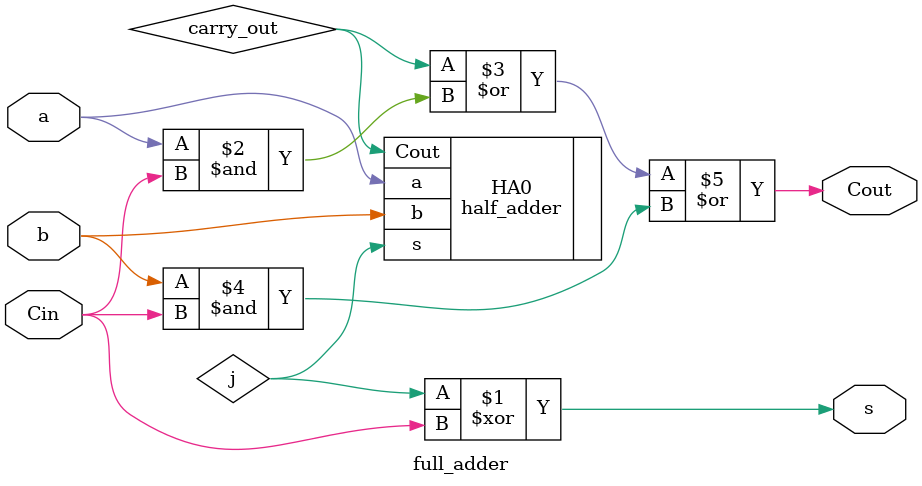
<source format=v>
`timescale 1ns / 1ps

module full_adder(
    input a,
    input b,
    input Cin,
    output Cout,
    output s
    );

    wire carry_out;
    wire j;
    half_adder HA0  (.a(a),.b(b),.s(j),.Cout(carry_out)); 

    assign s = (j^Cin);
    assign Cout = carry_out | (a&Cin) | (b&Cin);
endmodule
</source>
